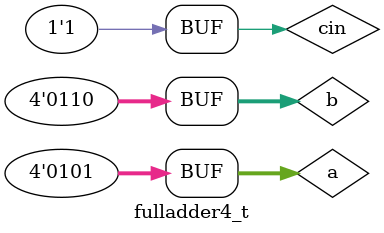
<source format=v>
`timescale 1ns/1ps
module fulladder4_t();

parameter N = 4;
reg [N-1:0] a,b;
reg cin;
wire [N-1:0] sum;
wire cout;

fulladder4 #(N) f1 (sum,cout,cin,a,b);

initial begin

#10 
cin = 1'b0;
a = 1;
b = 1;
#20
cin = 1'b0;
a = 7;
b = 8;
#20
cin = 1'b0;
a = 6;
b = 9;
#20
cin = 1'b0;
a = 3;
b = 7;
#20
cin = 1'b1;
a = 4;
b = 4;
#20
cin = 1'b1;
a = 8;
b = 5;
#20
cin = 1'b1;
a = 2;
b = 3;
#20
cin = 1'b1;
a = 5;
b = 6;
end

endmodule





</source>
